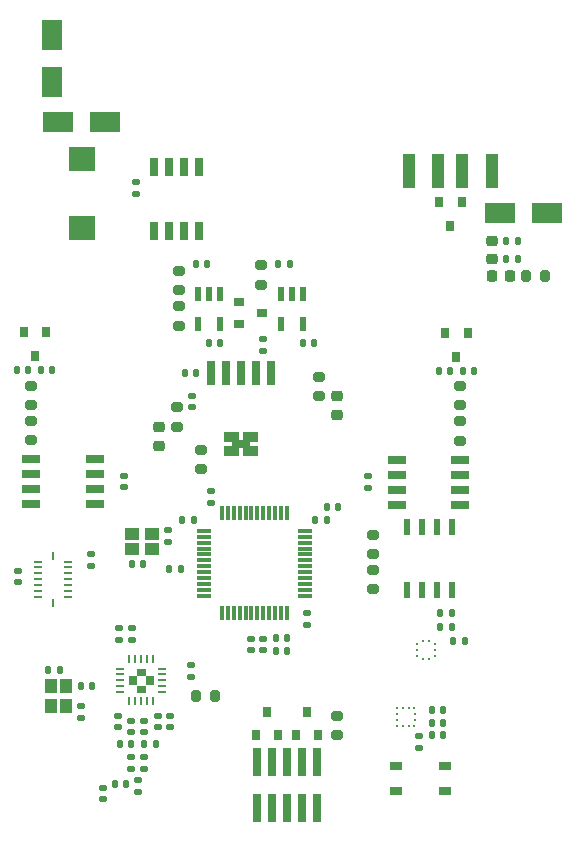
<source format=gbr>
%TF.GenerationSoftware,KiCad,Pcbnew,8.0.3-8.0.3-0~ubuntu22.04.1*%
%TF.CreationDate,2024-07-11T21:31:44-06:00*%
%TF.ProjectId,FCC_KiCAD,4643435f-4b69-4434-9144-2e6b69636164,rev?*%
%TF.SameCoordinates,Original*%
%TF.FileFunction,Paste,Top*%
%TF.FilePolarity,Positive*%
%FSLAX46Y46*%
G04 Gerber Fmt 4.6, Leading zero omitted, Abs format (unit mm)*
G04 Created by KiCad (PCBNEW 8.0.3-8.0.3-0~ubuntu22.04.1) date 2024-07-11 21:31:44*
%MOMM*%
%LPD*%
G01*
G04 APERTURE LIST*
G04 Aperture macros list*
%AMRoundRect*
0 Rectangle with rounded corners*
0 $1 Rounding radius*
0 $2 $3 $4 $5 $6 $7 $8 $9 X,Y pos of 4 corners*
0 Add a 4 corners polygon primitive as box body*
4,1,4,$2,$3,$4,$5,$6,$7,$8,$9,$2,$3,0*
0 Add four circle primitives for the rounded corners*
1,1,$1+$1,$2,$3*
1,1,$1+$1,$4,$5*
1,1,$1+$1,$6,$7*
1,1,$1+$1,$8,$9*
0 Add four rect primitives between the rounded corners*
20,1,$1+$1,$2,$3,$4,$5,0*
20,1,$1+$1,$4,$5,$6,$7,0*
20,1,$1+$1,$6,$7,$8,$9,0*
20,1,$1+$1,$8,$9,$2,$3,0*%
G04 Aperture macros list end*
%ADD10C,0.100000*%
%ADD11R,0.250000X0.275000*%
%ADD12R,0.275000X0.250000*%
%ADD13R,0.675000X0.250000*%
%ADD14R,0.250000X0.675000*%
%ADD15RoundRect,0.140000X0.140000X0.170000X-0.140000X0.170000X-0.140000X-0.170000X0.140000X-0.170000X0*%
%ADD16R,0.800000X0.900000*%
%ADD17R,2.500000X1.700000*%
%ADD18RoundRect,0.050000X0.725000X0.250000X-0.725000X0.250000X-0.725000X-0.250000X0.725000X-0.250000X0*%
%ADD19RoundRect,0.140000X0.170000X-0.140000X0.170000X0.140000X-0.170000X0.140000X-0.170000X-0.140000X0*%
%ADD20RoundRect,0.140000X-0.170000X0.140000X-0.170000X-0.140000X0.170000X-0.140000X0.170000X0.140000X0*%
%ADD21R,0.600000X1.400000*%
%ADD22RoundRect,0.200000X-0.275000X0.200000X-0.275000X-0.200000X0.275000X-0.200000X0.275000X0.200000X0*%
%ADD23R,1.700000X2.500000*%
%ADD24RoundRect,0.140000X-0.140000X-0.170000X0.140000X-0.170000X0.140000X0.170000X-0.140000X0.170000X0*%
%ADD25RoundRect,0.147500X-0.147500X-0.172500X0.147500X-0.172500X0.147500X0.172500X-0.147500X0.172500X0*%
%ADD26RoundRect,0.200000X0.275000X-0.200000X0.275000X0.200000X-0.275000X0.200000X-0.275000X-0.200000X0*%
%ADD27R,2.200000X2.000000*%
%ADD28R,0.280000X0.760000*%
%ADD29R,0.760000X0.280000*%
%ADD30R,1.200000X1.000000*%
%ADD31R,0.550000X1.300000*%
%ADD32RoundRect,0.050000X-0.725000X-0.250000X0.725000X-0.250000X0.725000X0.250000X-0.725000X0.250000X0*%
%ADD33RoundRect,0.218750X0.256250X-0.218750X0.256250X0.218750X-0.256250X0.218750X-0.256250X-0.218750X0*%
%ADD34RoundRect,0.050000X0.250000X-0.725000X0.250000X0.725000X-0.250000X0.725000X-0.250000X-0.725000X0*%
%ADD35RoundRect,0.218750X-0.256250X0.218750X-0.256250X-0.218750X0.256250X-0.218750X0.256250X0.218750X0*%
%ADD36R,1.000000X1.200000*%
%ADD37RoundRect,0.225000X0.225000X0.250000X-0.225000X0.250000X-0.225000X-0.250000X0.225000X-0.250000X0*%
%ADD38R,0.800000X2.400000*%
%ADD39R,1.193800X0.304800*%
%ADD40R,0.304800X1.193800*%
%ADD41RoundRect,0.147500X0.147500X0.172500X-0.147500X0.172500X-0.147500X-0.172500X0.147500X-0.172500X0*%
%ADD42RoundRect,0.200000X-0.200000X-0.275000X0.200000X-0.275000X0.200000X0.275000X-0.200000X0.275000X0*%
%ADD43RoundRect,0.147500X-0.172500X0.147500X-0.172500X-0.147500X0.172500X-0.147500X0.172500X0.147500X0*%
%ADD44RoundRect,0.050000X-0.275000X0.975000X-0.275000X-0.975000X0.275000X-0.975000X0.275000X0.975000X0*%
%ADD45R,0.900000X0.800000*%
%ADD46R,1.120000X2.880000*%
%ADD47R,1.050000X0.650000*%
G04 APERTURE END LIST*
%TO.C,U2*%
D10*
X140937400Y-118012400D02*
X140387400Y-118012400D01*
X140387400Y-118712400D01*
X140937400Y-118712400D01*
X140937400Y-118012400D01*
G36*
X140937400Y-118012400D02*
G01*
X140387400Y-118012400D01*
X140387400Y-118712400D01*
X140937400Y-118712400D01*
X140937400Y-118012400D01*
G37*
X141737400Y-117362400D02*
X141037400Y-117362400D01*
X141037400Y-117912400D01*
X141737400Y-117912400D01*
X141737400Y-117362400D01*
G36*
X141737400Y-117362400D02*
G01*
X141037400Y-117362400D01*
X141037400Y-117912400D01*
X141737400Y-117912400D01*
X141737400Y-117362400D01*
G37*
X141737400Y-118812400D02*
X141037400Y-118812400D01*
X141037400Y-119362400D01*
X141737400Y-119362400D01*
X141737400Y-118812400D01*
G36*
X141737400Y-118812400D02*
G01*
X141037400Y-118812400D01*
X141037400Y-119362400D01*
X141737400Y-119362400D01*
X141737400Y-118812400D01*
G37*
X142387400Y-118012400D02*
X141837400Y-118012400D01*
X141837400Y-118712400D01*
X142387400Y-118712400D01*
X142387400Y-118012400D01*
G36*
X142387400Y-118012400D02*
G01*
X141837400Y-118012400D01*
X141837400Y-118712400D01*
X142387400Y-118712400D01*
X142387400Y-118012400D01*
G37*
%TO.C,U9*%
X149600000Y-97325000D02*
X148400000Y-97325000D01*
X148400000Y-98075000D01*
X149600000Y-98075000D01*
X149600000Y-97325000D01*
G36*
X149600000Y-97325000D02*
G01*
X148400000Y-97325000D01*
X148400000Y-98075000D01*
X149600000Y-98075000D01*
X149600000Y-97325000D01*
G37*
X149600000Y-98525000D02*
X148400000Y-98525000D01*
X148400000Y-99275000D01*
X149600000Y-99275000D01*
X149600000Y-98525000D01*
G36*
X149600000Y-98525000D02*
G01*
X148400000Y-98525000D01*
X148400000Y-99275000D01*
X149600000Y-99275000D01*
X149600000Y-98525000D01*
G37*
X150575000Y-98000000D02*
X149075000Y-98000000D01*
X149075000Y-98600000D01*
X150575000Y-98600000D01*
X150575000Y-98000000D01*
G36*
X150575000Y-98000000D02*
G01*
X149075000Y-98000000D01*
X149075000Y-98600000D01*
X150575000Y-98600000D01*
X150575000Y-98000000D01*
G37*
X151250000Y-97325000D02*
X150050000Y-97325000D01*
X150050000Y-98075000D01*
X151250000Y-98075000D01*
X151250000Y-97325000D01*
G36*
X151250000Y-97325000D02*
G01*
X150050000Y-97325000D01*
X150050000Y-98075000D01*
X151250000Y-98075000D01*
X151250000Y-97325000D01*
G37*
X151250000Y-98525000D02*
X150050000Y-98525000D01*
X150050000Y-99275000D01*
X151250000Y-99275000D01*
X151250000Y-98525000D01*
G36*
X151250000Y-98525000D02*
G01*
X150050000Y-98525000D01*
X150050000Y-99275000D01*
X151250000Y-99275000D01*
X151250000Y-98525000D01*
G37*
%TD*%
D11*
%TO.C,U4*%
X165750000Y-115050000D03*
X165250000Y-115050000D03*
D12*
X164738000Y-115312001D03*
X164738000Y-115812000D03*
X164738000Y-116311999D03*
D11*
X165250000Y-116574000D03*
X165750000Y-116574000D03*
D12*
X166262000Y-116311999D03*
X166262000Y-115812000D03*
X166262000Y-115312001D03*
%TD*%
D13*
%TO.C,U1*%
X135200000Y-108300001D03*
X135200000Y-108800000D03*
X135200000Y-109300002D03*
X135200000Y-109800001D03*
X135200000Y-110300000D03*
X135200000Y-110800001D03*
X135200000Y-111300001D03*
D14*
X133950000Y-111800001D03*
D13*
X132700000Y-111300002D03*
X132700000Y-110800003D03*
X132700000Y-110300001D03*
X132700000Y-109800002D03*
X132700000Y-109300003D03*
X132700000Y-108800001D03*
X132700000Y-108300002D03*
D14*
X133950000Y-107800001D03*
%TD*%
D15*
%TO.C,C55*%
X141565001Y-108499999D03*
X140605001Y-108499999D03*
%TD*%
D16*
%TO.C,D12*%
X151100000Y-123000000D03*
X153000000Y-123000000D03*
X152050000Y-121000000D03*
%TD*%
D17*
%TO.C,D6*%
X138385000Y-71100000D03*
X134385000Y-71100000D03*
%TD*%
D18*
%TO.C,U5*%
X137500000Y-103440000D03*
X137500000Y-102170000D03*
X137500000Y-100900000D03*
X137500000Y-99630000D03*
X132100000Y-99630000D03*
X132100000Y-100900000D03*
X132100000Y-102170000D03*
X132100000Y-103440000D03*
%TD*%
D15*
%TO.C,C40*%
X156085001Y-89800000D03*
X155125001Y-89800000D03*
%TD*%
D19*
%TO.C,C51*%
X147300001Y-103309998D03*
X147300001Y-102349998D03*
%TD*%
%TO.C,C5*%
X140612400Y-114917400D03*
X140612400Y-113957400D03*
%TD*%
D16*
%TO.C,D1*%
X133350000Y-88900000D03*
X131450000Y-88900000D03*
X132400000Y-90900000D03*
%TD*%
D15*
%TO.C,C8*%
X137287400Y-118867400D03*
X136327400Y-118867400D03*
%TD*%
D20*
%TO.C,C26*%
X164970000Y-123100000D03*
X164970000Y-124060000D03*
%TD*%
D16*
%TO.C,D13*%
X154500000Y-123000000D03*
X156400000Y-123000000D03*
X155450000Y-121000000D03*
%TD*%
D21*
%TO.C,U3*%
X167770000Y-105400000D03*
X166500000Y-105400000D03*
X165230000Y-105400000D03*
X163960000Y-105400000D03*
X163960000Y-110700000D03*
X165230000Y-110700000D03*
X166500000Y-110700000D03*
X167770000Y-110700000D03*
%TD*%
D15*
%TO.C,C3*%
X134510000Y-117492400D03*
X133550000Y-117492400D03*
%TD*%
D22*
%TO.C,R10*%
X156485000Y-92650000D03*
X156485000Y-94300000D03*
%TD*%
D23*
%TO.C,D3*%
X133885000Y-67700000D03*
X133885000Y-63700000D03*
%TD*%
D24*
%TO.C,C28*%
X166610000Y-92175000D03*
X167570000Y-92175000D03*
%TD*%
D20*
%TO.C,C22*%
X160630000Y-101075000D03*
X160630000Y-102035000D03*
%TD*%
D25*
%TO.C,L1*%
X139617400Y-123792400D03*
X140587400Y-123792400D03*
%TD*%
D20*
%TO.C,C6*%
X136357400Y-120567400D03*
X136357400Y-121527400D03*
%TD*%
D26*
%TO.C,R14*%
X161050000Y-110650000D03*
X161050000Y-109000000D03*
%TD*%
D20*
%TO.C,C10*%
X143887400Y-121342400D03*
X143887400Y-122302400D03*
%TD*%
D27*
%TO.C,L4*%
X136385000Y-74200000D03*
X136385000Y-80100000D03*
%TD*%
D20*
%TO.C,C43*%
X145725000Y-94290000D03*
X145725000Y-95250000D03*
%TD*%
D15*
%TO.C,C24*%
X169610000Y-92175000D03*
X168650000Y-92175000D03*
%TD*%
D24*
%TO.C,C25*%
X166020000Y-121950000D03*
X166980000Y-121950000D03*
%TD*%
D22*
%TO.C,R12*%
X158000000Y-121350000D03*
X158000000Y-123000000D03*
%TD*%
D24*
%TO.C,C49*%
X157150001Y-103649999D03*
X158110001Y-103649999D03*
%TD*%
D26*
%TO.C,R15*%
X146450000Y-100500000D03*
X146450000Y-98850000D03*
%TD*%
D28*
%TO.C,U2*%
X142387400Y-116582400D03*
X141887400Y-116582400D03*
X141387400Y-116582400D03*
X140887401Y-116582400D03*
X140387399Y-116582400D03*
D29*
X139607400Y-117362399D03*
X139607400Y-117862400D03*
X139607400Y-118362400D03*
X139607400Y-118862399D03*
X139607400Y-119362400D03*
D28*
X140387399Y-120142400D03*
X140887400Y-120142400D03*
X141387400Y-120142400D03*
X141887400Y-120142400D03*
X142387401Y-120142400D03*
D29*
X143167400Y-119362400D03*
X143167400Y-118862400D03*
X143167400Y-118362400D03*
X143167400Y-117862400D03*
X143167400Y-117362400D03*
%TD*%
D30*
%TO.C,X2*%
X142300001Y-105950000D03*
X140600001Y-105950000D03*
X140600001Y-107250000D03*
X142300001Y-107250000D03*
%TD*%
D24*
%TO.C,C30*%
X166020000Y-120900000D03*
X166980000Y-120900000D03*
%TD*%
D31*
%TO.C,D7*%
X148125000Y-85650000D03*
X147174999Y-85650000D03*
X146224999Y-85650000D03*
X146224999Y-88150000D03*
X148125000Y-88150000D03*
%TD*%
D20*
%TO.C,C44*%
X150700000Y-114850000D03*
X150700000Y-115810000D03*
%TD*%
D17*
%TO.C,D4*%
X171785000Y-78800000D03*
X175785000Y-78800000D03*
%TD*%
D32*
%TO.C,U6*%
X163030000Y-99665000D03*
X163030000Y-100935000D03*
X163030000Y-102205000D03*
X163030000Y-103475000D03*
X168430000Y-103475000D03*
X168430000Y-102205000D03*
X168430000Y-100935000D03*
X168430000Y-99665000D03*
%TD*%
D24*
%TO.C,C29*%
X166020000Y-123000000D03*
X166980000Y-123000000D03*
%TD*%
D19*
%TO.C,C21*%
X139925000Y-102000000D03*
X139925000Y-101040000D03*
%TD*%
D33*
%TO.C,D10*%
X157950000Y-95875000D03*
X157950000Y-94300000D03*
%TD*%
D24*
%TO.C,C37*%
X146015000Y-83150000D03*
X146975000Y-83150000D03*
%TD*%
D15*
%TO.C,C34*%
X173295000Y-82725000D03*
X172335000Y-82725000D03*
%TD*%
D24*
%TO.C,C19*%
X167850000Y-115050000D03*
X168810000Y-115050000D03*
%TD*%
D20*
%TO.C,C17*%
X138200000Y-127440000D03*
X138200000Y-128400000D03*
%TD*%
D19*
%TO.C,C2*%
X137200000Y-108650000D03*
X137200000Y-107690000D03*
%TD*%
%TO.C,C41*%
X151725000Y-90450000D03*
X151725000Y-89490000D03*
%TD*%
D24*
%TO.C,C14*%
X141687400Y-123792400D03*
X142647400Y-123792400D03*
%TD*%
D19*
%TO.C,C1*%
X131000000Y-110050002D03*
X131000000Y-109090002D03*
%TD*%
D26*
%TO.C,R5*%
X168430000Y-95075000D03*
X168430000Y-93425000D03*
%TD*%
D11*
%TO.C,U7*%
X163049999Y-122200001D03*
X163550000Y-122200002D03*
X164050000Y-122200002D03*
X164550001Y-122200002D03*
D12*
X164560000Y-121700001D03*
X164560000Y-121200001D03*
D11*
X164550001Y-120700000D03*
X164050000Y-120700000D03*
X163550000Y-120700000D03*
X163049999Y-120700000D03*
D12*
X163040000Y-121200001D03*
X163040000Y-121700001D03*
%TD*%
D33*
%TO.C,D11*%
X142950000Y-98500000D03*
X142950000Y-96925000D03*
%TD*%
D15*
%TO.C,C48*%
X145865001Y-104750000D03*
X144905001Y-104750000D03*
%TD*%
D24*
%TO.C,C18*%
X166740000Y-112700000D03*
X167700000Y-112700000D03*
%TD*%
D22*
%TO.C,R13*%
X161050000Y-106050000D03*
X161050000Y-107700000D03*
%TD*%
D34*
%TO.C,U8*%
X142485000Y-80300000D03*
X143755000Y-80300000D03*
X145025000Y-80300000D03*
X146295000Y-80300000D03*
X146295000Y-74900000D03*
X145025000Y-74900000D03*
X143755000Y-74900000D03*
X142485000Y-74900000D03*
%TD*%
D20*
%TO.C,C11*%
X140587400Y-121782400D03*
X140587400Y-122742400D03*
%TD*%
D35*
%TO.C,FB1*%
X171085000Y-81125000D03*
X171085000Y-82700000D03*
%TD*%
D36*
%TO.C,X1*%
X133787400Y-118867400D03*
X133787400Y-120567400D03*
X135087400Y-120567400D03*
X135087400Y-118867400D03*
%TD*%
D26*
%TO.C,R2*%
X132100000Y-95050000D03*
X132100000Y-93400000D03*
%TD*%
D20*
%TO.C,C16*%
X141125000Y-126825000D03*
X141125000Y-127785000D03*
%TD*%
D19*
%TO.C,C52*%
X143650001Y-106609999D03*
X143650001Y-105649999D03*
%TD*%
D24*
%TO.C,C27*%
X130900000Y-92100000D03*
X131860000Y-92100000D03*
%TD*%
D22*
%TO.C,R11*%
X144450000Y-95250000D03*
X144450000Y-96900000D03*
%TD*%
D37*
%TO.C,C35*%
X172635000Y-84100000D03*
X171085000Y-84100000D03*
%TD*%
D38*
%TO.C,J10*%
X151230000Y-129150002D03*
X151230000Y-125250000D03*
X152500000Y-129150002D03*
X152500000Y-125250000D03*
X153770000Y-129150002D03*
X153770000Y-125250000D03*
X155040000Y-129150002D03*
X155040000Y-125250000D03*
X156310000Y-129150002D03*
X156310000Y-125250000D03*
%TD*%
D39*
%TO.C,U10*%
X146750001Y-105699999D03*
X146750001Y-106199998D03*
X146750001Y-106700000D03*
X146750001Y-107199999D03*
X146750001Y-107699998D03*
X146750001Y-108199999D03*
X146750001Y-108699999D03*
X146750001Y-109200000D03*
X146750001Y-109699999D03*
X146750001Y-110199998D03*
X146750001Y-110700000D03*
X146750001Y-111199999D03*
D40*
X148250000Y-112699998D03*
X148749999Y-112699998D03*
X149250001Y-112699998D03*
X149750000Y-112699998D03*
X150249999Y-112699998D03*
X150750000Y-112699998D03*
X151250000Y-112699998D03*
X151750001Y-112699998D03*
X152250000Y-112699998D03*
X152749999Y-112699998D03*
X153250001Y-112699998D03*
X153750000Y-112699998D03*
D39*
X155249999Y-111199999D03*
X155249999Y-110700000D03*
X155249999Y-110199998D03*
X155249999Y-109699999D03*
X155249999Y-109200000D03*
X155249999Y-108699999D03*
X155249999Y-108199999D03*
X155249999Y-107699998D03*
X155249999Y-107199999D03*
X155249999Y-106700000D03*
X155249999Y-106199998D03*
X155249999Y-105699999D03*
D40*
X153750000Y-104200000D03*
X153250001Y-104200000D03*
X152749999Y-104200000D03*
X152250000Y-104200000D03*
X151750001Y-104200000D03*
X151250000Y-104200000D03*
X150750000Y-104200000D03*
X150249999Y-104200000D03*
X149750000Y-104200000D03*
X149250001Y-104200000D03*
X148749999Y-104200000D03*
X148250000Y-104200000D03*
%TD*%
D20*
%TO.C,C13*%
X139452400Y-121342400D03*
X139452400Y-122302400D03*
%TD*%
D22*
%TO.C,R9*%
X151575000Y-83200000D03*
X151575000Y-84850000D03*
%TD*%
D20*
%TO.C,C45*%
X151750000Y-114850000D03*
X151750000Y-115810000D03*
%TD*%
D41*
%TO.C,L3*%
X140145000Y-127150000D03*
X139175000Y-127150000D03*
%TD*%
D42*
%TO.C,R6*%
X173985000Y-84100000D03*
X175635000Y-84100000D03*
%TD*%
D20*
%TO.C,C9*%
X142837400Y-121342400D03*
X142837400Y-122302400D03*
%TD*%
D22*
%TO.C,R4*%
X132100000Y-96400000D03*
X132100000Y-98050000D03*
%TD*%
D43*
%TO.C,L2*%
X141687400Y-124872400D03*
X141687400Y-125842400D03*
%TD*%
D22*
%TO.C,R7*%
X144575000Y-83700000D03*
X144575000Y-85350000D03*
%TD*%
D20*
%TO.C,C54*%
X155465001Y-112700000D03*
X155465001Y-113660000D03*
%TD*%
D24*
%TO.C,C38*%
X153025000Y-83150000D03*
X153985000Y-83150000D03*
%TD*%
D44*
%TO.C,U9*%
X152365000Y-92300000D03*
X151095000Y-92300000D03*
X149825000Y-92300000D03*
X148555000Y-92300000D03*
X147285000Y-92300000D03*
%TD*%
D31*
%TO.C,D9*%
X155125001Y-85650000D03*
X154175000Y-85650000D03*
X153225000Y-85650000D03*
X153225000Y-88150000D03*
X155125001Y-88150000D03*
%TD*%
D15*
%TO.C,C23*%
X133900000Y-92100000D03*
X132940000Y-92100000D03*
%TD*%
D45*
%TO.C,D8*%
X149675000Y-86300000D03*
X149675000Y-88200000D03*
X151675000Y-87250000D03*
%TD*%
D24*
%TO.C,C53*%
X156165001Y-104750000D03*
X157125001Y-104750000D03*
%TD*%
D46*
%TO.C,J9*%
X171085000Y-75230000D03*
X168585000Y-75230000D03*
X166585000Y-75230000D03*
X164085000Y-75230000D03*
%TD*%
D16*
%TO.C,D2*%
X169050000Y-88975000D03*
X167150000Y-88975000D03*
X168100000Y-90975000D03*
%TD*%
D24*
%TO.C,C20*%
X166750000Y-113850000D03*
X167710000Y-113850000D03*
%TD*%
%TO.C,C46*%
X152797498Y-115852500D03*
X153757498Y-115852500D03*
%TD*%
D19*
%TO.C,C7*%
X139500000Y-114910000D03*
X139500000Y-113950000D03*
%TD*%
D22*
%TO.C,R8*%
X144575000Y-86700000D03*
X144575000Y-88350000D03*
%TD*%
D47*
%TO.C,S1*%
X167125000Y-127725000D03*
X162975000Y-127725000D03*
X167125000Y-125575000D03*
X162975000Y-125575000D03*
%TD*%
D15*
%TO.C,C32*%
X173295000Y-81125000D03*
X172335000Y-81125000D03*
%TD*%
D16*
%TO.C,D5*%
X168535000Y-77900000D03*
X166635000Y-77900000D03*
X167585000Y-79900000D03*
%TD*%
D24*
%TO.C,C39*%
X147165000Y-89800000D03*
X148125000Y-89800000D03*
%TD*%
D19*
%TO.C,C4*%
X145625000Y-118042400D03*
X145625000Y-117082400D03*
%TD*%
D24*
%TO.C,C42*%
X145115000Y-92300000D03*
X146075000Y-92300000D03*
%TD*%
D42*
%TO.C,R1*%
X146037400Y-119692400D03*
X147687400Y-119692400D03*
%TD*%
D15*
%TO.C,C50*%
X144760000Y-108900000D03*
X143800000Y-108900000D03*
%TD*%
D20*
%TO.C,C15*%
X140587400Y-124882400D03*
X140587400Y-125842400D03*
%TD*%
D22*
%TO.C,R3*%
X168430000Y-96425000D03*
X168430000Y-98075000D03*
%TD*%
D24*
%TO.C,C47*%
X152797498Y-114802500D03*
X153757498Y-114802500D03*
%TD*%
D20*
%TO.C,C12*%
X141687400Y-121782400D03*
X141687400Y-122742400D03*
%TD*%
D19*
%TO.C,C33*%
X141000000Y-77160000D03*
X141000000Y-76200000D03*
%TD*%
M02*

</source>
